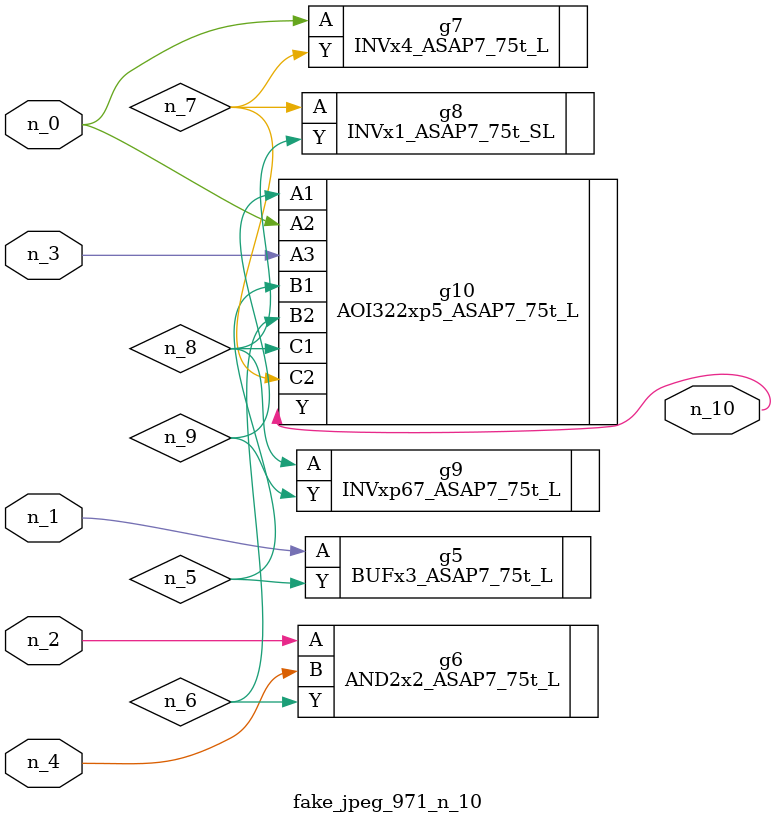
<source format=v>
module fake_jpeg_971_n_10 (n_3, n_2, n_1, n_0, n_4, n_10);

input n_3;
input n_2;
input n_1;
input n_0;
input n_4;

output n_10;

wire n_8;
wire n_9;
wire n_6;
wire n_5;
wire n_7;

BUFx3_ASAP7_75t_L g5 ( 
.A(n_1),
.Y(n_5)
);

AND2x2_ASAP7_75t_L g6 ( 
.A(n_2),
.B(n_4),
.Y(n_6)
);

INVx4_ASAP7_75t_L g7 ( 
.A(n_0),
.Y(n_7)
);

INVx1_ASAP7_75t_SL g8 ( 
.A(n_7),
.Y(n_8)
);

INVxp67_ASAP7_75t_L g9 ( 
.A(n_8),
.Y(n_9)
);

AOI322xp5_ASAP7_75t_L g10 ( 
.A1(n_9),
.A2(n_0),
.A3(n_3),
.B1(n_5),
.B2(n_6),
.C1(n_8),
.C2(n_7),
.Y(n_10)
);


endmodule
</source>
